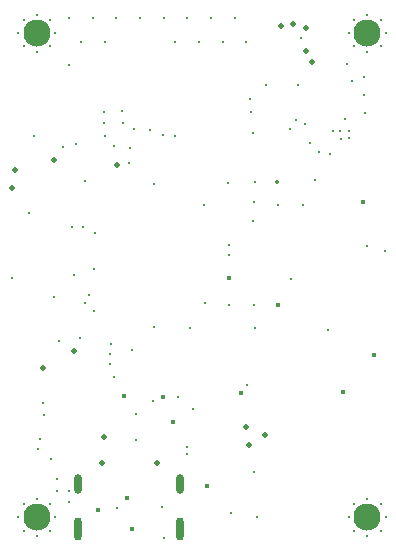
<source format=gbr>
%TF.GenerationSoftware,Altium Limited,Altium Designer,23.9.2 (47)*%
G04 Layer_Color=0*
%FSLAX45Y45*%
%MOMM*%
%TF.SameCoordinates,C6D65D71-24B2-464F-8DE7-77A712877E08*%
%TF.FilePolarity,Positive*%
%TF.FileFunction,Plated,1,6,PTH,Drill*%
%TF.Part,Single*%
G01*
G75*
%TA.AperFunction,ComponentDrill*%
%ADD158C,2.30000*%
%ADD159O,0.65000X1.65000*%
%ADD160O,0.65000X1.95000*%
%TA.AperFunction,ViaDrill,NotFilled*%
%ADD161C,0.30000*%
%ADD162C,0.50000*%
%ADD163C,0.20000*%
%ADD164C,0.40000*%
%ADD165C,0.35000*%
D158*
X3125000Y4472500D02*
D03*
Y372500D02*
D03*
X325000Y4472500D02*
D03*
Y372500D02*
D03*
D159*
X1542000Y655000D02*
D03*
X678000D02*
D03*
D160*
X1542000Y272500D02*
D03*
X678000D02*
D03*
D161*
X263516Y2946484D02*
D03*
X2540000Y4030000D02*
D03*
X2521990Y3734104D02*
D03*
X2466340Y3662680D02*
D03*
X2599485Y3700000D02*
D03*
X814024Y2478705D02*
D03*
X770909Y2255858D02*
D03*
X637540Y2425500D02*
D03*
X1953421Y2681198D02*
D03*
X2000001Y4600002D02*
D03*
X2100001Y4400002D02*
D03*
X1800001Y4600002D02*
D03*
X1900001Y4400002D02*
D03*
X1600001Y4600002D02*
D03*
X1700001Y4400002D02*
D03*
X1400001Y4600002D02*
D03*
X1500001Y4400002D02*
D03*
Y3600002D02*
D03*
X1400001Y200000D02*
D03*
X1200001Y4600002D02*
D03*
X1000001D02*
D03*
X800000D02*
D03*
X900000Y4400002D02*
D03*
Y3600002D02*
D03*
X600000Y4600002D02*
D03*
X700000Y4400002D02*
D03*
X600000Y4200002D02*
D03*
X300000Y3600002D02*
D03*
X1117600Y3500120D02*
D03*
X977900Y3515360D02*
D03*
X1394460Y3606800D02*
D03*
X1285240Y3655060D02*
D03*
X1150620Y3657600D02*
D03*
X1049020Y3817620D02*
D03*
X1059180Y3710940D02*
D03*
X894080Y3708400D02*
D03*
Y3807460D02*
D03*
X2159000Y3624580D02*
D03*
X2997200Y4064000D02*
D03*
X2951480Y4213860D02*
D03*
X2933700Y3746500D02*
D03*
X2565400Y4429760D02*
D03*
X2678577Y3227703D02*
D03*
X2475000Y2387500D02*
D03*
X2159000Y2879044D02*
D03*
X2104685Y1497185D02*
D03*
X1104900Y3373120D02*
D03*
X1623078Y1974126D02*
D03*
X946314Y1754634D02*
D03*
X622527Y2828988D02*
D03*
X511567Y1862634D02*
D03*
X1308505Y1360560D02*
D03*
X1600200Y911860D02*
D03*
Y972820D02*
D03*
X1164120Y1029500D02*
D03*
X600000Y600000D02*
D03*
Y500000D02*
D03*
X500000Y600000D02*
D03*
Y700000D02*
D03*
X443026Y866237D02*
D03*
X714455Y2831718D02*
D03*
X2810137Y3452437D02*
D03*
X2897467Y3578289D02*
D03*
X1164380Y1251811D02*
D03*
X2161540Y759460D02*
D03*
X1647992Y1294604D02*
D03*
X3119867Y2675232D02*
D03*
X3276600Y2626360D02*
D03*
X2174383Y1975769D02*
D03*
X1950720Y2171700D02*
D03*
X1008380Y449580D02*
D03*
X1322340Y3195289D02*
D03*
X2137819Y3806370D02*
D03*
X2133600Y3919220D02*
D03*
X734060Y3223260D02*
D03*
X660400Y3530600D02*
D03*
X546100Y3512820D02*
D03*
X1742440Y3014980D02*
D03*
X469900Y2242820D02*
D03*
X1747624Y2186817D02*
D03*
X692491Y1894437D02*
D03*
X980440Y1559560D02*
D03*
X952500Y1841220D02*
D03*
X1320800Y1983740D02*
D03*
X2160820Y3046844D02*
D03*
X2173014Y3211122D02*
D03*
X2268513Y4037145D02*
D03*
X2579895Y3020805D02*
D03*
X2712693Y3466578D02*
D03*
X2641600Y3543300D02*
D03*
X2832100Y3644900D02*
D03*
X2367280Y3017520D02*
D03*
X2894580Y3645365D02*
D03*
X2971800Y3581400D02*
D03*
Y3644900D02*
D03*
X3098800Y3949700D02*
D03*
X3098378Y4098438D02*
D03*
X3101187Y3797307D02*
D03*
X332740Y952500D02*
D03*
X353920Y1040540D02*
D03*
X119380Y2400300D02*
D03*
X942340Y1671320D02*
D03*
X383540Y1239520D02*
D03*
X381000Y1338580D02*
D03*
X811588Y2118800D02*
D03*
X2788814Y1962462D02*
D03*
X1518920Y1391920D02*
D03*
X1384300Y457200D02*
D03*
X1130357Y1794161D02*
D03*
X1948180Y3208020D02*
D03*
X2189480Y375920D02*
D03*
X1965960Y409600D02*
D03*
X1950720Y2593340D02*
D03*
X820420Y2778321D02*
D03*
X734060Y2184400D02*
D03*
X2166620Y2171700D02*
D03*
D162*
X2654300Y4231640D02*
D03*
X1343660Y835660D02*
D03*
X2258060Y1074420D02*
D03*
X2100580Y1135380D02*
D03*
X1005840Y3360420D02*
D03*
X468000Y3396620D02*
D03*
X142240Y3314700D02*
D03*
X119380Y3159760D02*
D03*
X2600960Y4323080D02*
D03*
X2606040Y4518660D02*
D03*
X2494280Y4549140D02*
D03*
X2390075Y4533780D02*
D03*
X899119Y1054203D02*
D03*
X2118360Y985520D02*
D03*
X642620Y1778000D02*
D03*
X381000Y1635760D02*
D03*
X876300Y835660D02*
D03*
D163*
X3282500Y4472500D02*
D03*
X3236370Y4583870D02*
D03*
Y4361131D02*
D03*
X3125000Y4315000D02*
D03*
Y4630000D02*
D03*
X3013631Y4583870D02*
D03*
Y4361131D02*
D03*
X2967500Y4472500D02*
D03*
X3236370Y483869D02*
D03*
X3125000Y530000D02*
D03*
X3013631Y483869D02*
D03*
X2967500Y372500D02*
D03*
X3282500D02*
D03*
X3236370Y261131D02*
D03*
X3125000Y215000D02*
D03*
X3013631Y261131D02*
D03*
X482500Y4472500D02*
D03*
X436370Y4583870D02*
D03*
Y4361131D02*
D03*
X325000Y4315000D02*
D03*
Y4630000D02*
D03*
X213631Y4583870D02*
D03*
Y4361131D02*
D03*
X167500Y4472500D02*
D03*
X325000Y530000D02*
D03*
X436370Y483869D02*
D03*
X213631D02*
D03*
X482500Y372500D02*
D03*
X436370Y261131D02*
D03*
X213631D02*
D03*
X167500Y372500D02*
D03*
X325000Y215000D02*
D03*
D164*
X1130300Y271780D02*
D03*
X1397816Y1391496D02*
D03*
X3091220Y3044255D02*
D03*
X1482717Y1180228D02*
D03*
X3179360Y1747520D02*
D03*
X1767840Y642620D02*
D03*
X1087120Y536567D02*
D03*
X2370380Y2174120D02*
D03*
X1950720Y2402840D02*
D03*
X2052320Y1424940D02*
D03*
X842794Y433641D02*
D03*
X1061720Y1402080D02*
D03*
X2918509Y1433233D02*
D03*
D165*
X2359822Y3209858D02*
D03*
%TF.MD5,94878e4e5bc6c6012011c92b73981c5c*%
M02*

</source>
